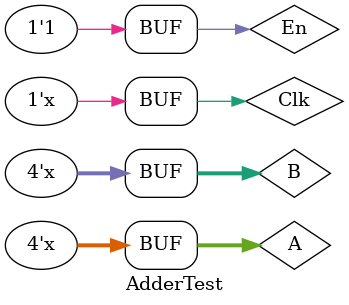
<source format=v>
`timescale 1ns / 1ps


module AdderTest;

	// Inputs
	reg [3:0] A;
	reg [3:0] B;
	reg Clk;
	reg En;
	wire [3:0] Sum;
	wire Overflow;

	// Instantiate the Unit Under Test (UUT)
	adder uut (
		.A(A), 
		.B(B), 
		.Clk(Clk), 
		.En(En), 
		.Sum(Sum), 
		.Overflow(Overflow)
	);

	initial begin
		// Initialize Inputs
		#0 A = 0;
		#0 B = 0;
		#0 Clk = 0;
		#0 En = 1;
	end
	always begin
			#3 A = A + 1;
		 B = B + 1;
	end
   always begin
		#5 Clk = ~Clk;
	end
endmodule


</source>
